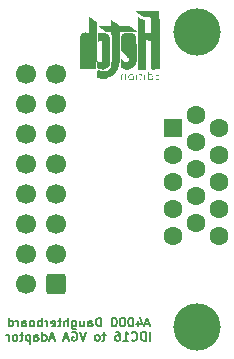
<source format=gbr>
%TF.GenerationSoftware,KiCad,Pcbnew,(5.99.0-11667-g1edb96cc5b)*%
%TF.CreationDate,2021-10-30T09:42:55+02:00*%
%TF.ProjectId,VGADE15toIDC16,56474144-4531-4357-946f-49444331362e,rev?*%
%TF.SameCoordinates,Original*%
%TF.FileFunction,Soldermask,Bot*%
%TF.FilePolarity,Negative*%
%FSLAX46Y46*%
G04 Gerber Fmt 4.6, Leading zero omitted, Abs format (unit mm)*
G04 Created by KiCad (PCBNEW (5.99.0-11667-g1edb96cc5b)) date 2021-10-30 09:42:55*
%MOMM*%
%LPD*%
G01*
G04 APERTURE LIST*
G04 Aperture macros list*
%AMRoundRect*
0 Rectangle with rounded corners*
0 $1 Rounding radius*
0 $2 $3 $4 $5 $6 $7 $8 $9 X,Y pos of 4 corners*
0 Add a 4 corners polygon primitive as box body*
4,1,4,$2,$3,$4,$5,$6,$7,$8,$9,$2,$3,0*
0 Add four circle primitives for the rounded corners*
1,1,$1+$1,$2,$3*
1,1,$1+$1,$4,$5*
1,1,$1+$1,$6,$7*
1,1,$1+$1,$8,$9*
0 Add four rect primitives between the rounded corners*
20,1,$1+$1,$2,$3,$4,$5,0*
20,1,$1+$1,$4,$5,$6,$7,0*
20,1,$1+$1,$6,$7,$8,$9,0*
20,1,$1+$1,$8,$9,$2,$3,0*%
G04 Aperture macros list end*
%ADD10C,0.150000*%
%ADD11C,4.000000*%
%ADD12R,1.600000X1.600000*%
%ADD13C,1.600000*%
%ADD14RoundRect,0.250000X0.600000X0.600000X-0.600000X0.600000X-0.600000X-0.600000X0.600000X-0.600000X0*%
%ADD15C,1.700000*%
G04 APERTURE END LIST*
D10*
X122182142Y-134171250D02*
X121825000Y-134171250D01*
X122253571Y-134385535D02*
X122003571Y-133635535D01*
X121753571Y-134385535D01*
X121182142Y-133885535D02*
X121182142Y-134385535D01*
X121360714Y-133599821D02*
X121539285Y-134135535D01*
X121075000Y-134135535D01*
X120646428Y-133635535D02*
X120575000Y-133635535D01*
X120503571Y-133671250D01*
X120467857Y-133706964D01*
X120432142Y-133778392D01*
X120396428Y-133921250D01*
X120396428Y-134099821D01*
X120432142Y-134242678D01*
X120467857Y-134314107D01*
X120503571Y-134349821D01*
X120575000Y-134385535D01*
X120646428Y-134385535D01*
X120717857Y-134349821D01*
X120753571Y-134314107D01*
X120789285Y-134242678D01*
X120825000Y-134099821D01*
X120825000Y-133921250D01*
X120789285Y-133778392D01*
X120753571Y-133706964D01*
X120717857Y-133671250D01*
X120646428Y-133635535D01*
X119932142Y-133635535D02*
X119860714Y-133635535D01*
X119789285Y-133671250D01*
X119753571Y-133706964D01*
X119717857Y-133778392D01*
X119682142Y-133921250D01*
X119682142Y-134099821D01*
X119717857Y-134242678D01*
X119753571Y-134314107D01*
X119789285Y-134349821D01*
X119860714Y-134385535D01*
X119932142Y-134385535D01*
X120003571Y-134349821D01*
X120039285Y-134314107D01*
X120075000Y-134242678D01*
X120110714Y-134099821D01*
X120110714Y-133921250D01*
X120075000Y-133778392D01*
X120039285Y-133706964D01*
X120003571Y-133671250D01*
X119932142Y-133635535D01*
X119217857Y-133635535D02*
X119146428Y-133635535D01*
X119075000Y-133671250D01*
X119039285Y-133706964D01*
X119003571Y-133778392D01*
X118967857Y-133921250D01*
X118967857Y-134099821D01*
X119003571Y-134242678D01*
X119039285Y-134314107D01*
X119075000Y-134349821D01*
X119146428Y-134385535D01*
X119217857Y-134385535D01*
X119289285Y-134349821D01*
X119325000Y-134314107D01*
X119360714Y-134242678D01*
X119396428Y-134099821D01*
X119396428Y-133921250D01*
X119360714Y-133778392D01*
X119325000Y-133706964D01*
X119289285Y-133671250D01*
X119217857Y-133635535D01*
X118075000Y-134385535D02*
X118075000Y-133635535D01*
X117896428Y-133635535D01*
X117789285Y-133671250D01*
X117717857Y-133742678D01*
X117682142Y-133814107D01*
X117646428Y-133956964D01*
X117646428Y-134064107D01*
X117682142Y-134206964D01*
X117717857Y-134278392D01*
X117789285Y-134349821D01*
X117896428Y-134385535D01*
X118075000Y-134385535D01*
X117003571Y-134385535D02*
X117003571Y-133992678D01*
X117039285Y-133921250D01*
X117110714Y-133885535D01*
X117253571Y-133885535D01*
X117325000Y-133921250D01*
X117003571Y-134349821D02*
X117075000Y-134385535D01*
X117253571Y-134385535D01*
X117325000Y-134349821D01*
X117360714Y-134278392D01*
X117360714Y-134206964D01*
X117325000Y-134135535D01*
X117253571Y-134099821D01*
X117075000Y-134099821D01*
X117003571Y-134064107D01*
X116325000Y-133885535D02*
X116325000Y-134385535D01*
X116646428Y-133885535D02*
X116646428Y-134278392D01*
X116610714Y-134349821D01*
X116539285Y-134385535D01*
X116432142Y-134385535D01*
X116360714Y-134349821D01*
X116325000Y-134314107D01*
X115646428Y-133885535D02*
X115646428Y-134492678D01*
X115682142Y-134564107D01*
X115717857Y-134599821D01*
X115789285Y-134635535D01*
X115896428Y-134635535D01*
X115967857Y-134599821D01*
X115646428Y-134349821D02*
X115717857Y-134385535D01*
X115860714Y-134385535D01*
X115932142Y-134349821D01*
X115967857Y-134314107D01*
X116003571Y-134242678D01*
X116003571Y-134028392D01*
X115967857Y-133956964D01*
X115932142Y-133921250D01*
X115860714Y-133885535D01*
X115717857Y-133885535D01*
X115646428Y-133921250D01*
X115289285Y-134385535D02*
X115289285Y-133635535D01*
X114967857Y-134385535D02*
X114967857Y-133992678D01*
X115003571Y-133921250D01*
X115075000Y-133885535D01*
X115182142Y-133885535D01*
X115253571Y-133921250D01*
X115289285Y-133956964D01*
X114717857Y-133885535D02*
X114432142Y-133885535D01*
X114610714Y-133635535D02*
X114610714Y-134278392D01*
X114575000Y-134349821D01*
X114503571Y-134385535D01*
X114432142Y-134385535D01*
X113896428Y-134349821D02*
X113967857Y-134385535D01*
X114110714Y-134385535D01*
X114182142Y-134349821D01*
X114217857Y-134278392D01*
X114217857Y-133992678D01*
X114182142Y-133921250D01*
X114110714Y-133885535D01*
X113967857Y-133885535D01*
X113896428Y-133921250D01*
X113860714Y-133992678D01*
X113860714Y-134064107D01*
X114217857Y-134135535D01*
X113539285Y-134385535D02*
X113539285Y-133885535D01*
X113539285Y-134028392D02*
X113503571Y-133956964D01*
X113467857Y-133921250D01*
X113396428Y-133885535D01*
X113325000Y-133885535D01*
X113075000Y-134385535D02*
X113075000Y-133635535D01*
X113075000Y-133921250D02*
X113003571Y-133885535D01*
X112860714Y-133885535D01*
X112789285Y-133921250D01*
X112753571Y-133956964D01*
X112717857Y-134028392D01*
X112717857Y-134242678D01*
X112753571Y-134314107D01*
X112789285Y-134349821D01*
X112860714Y-134385535D01*
X113003571Y-134385535D01*
X113075000Y-134349821D01*
X112289285Y-134385535D02*
X112360714Y-134349821D01*
X112396428Y-134314107D01*
X112432142Y-134242678D01*
X112432142Y-134028392D01*
X112396428Y-133956964D01*
X112360714Y-133921250D01*
X112289285Y-133885535D01*
X112182142Y-133885535D01*
X112110714Y-133921250D01*
X112075000Y-133956964D01*
X112039285Y-134028392D01*
X112039285Y-134242678D01*
X112075000Y-134314107D01*
X112110714Y-134349821D01*
X112182142Y-134385535D01*
X112289285Y-134385535D01*
X111396428Y-134385535D02*
X111396428Y-133992678D01*
X111432142Y-133921250D01*
X111503571Y-133885535D01*
X111646428Y-133885535D01*
X111717857Y-133921250D01*
X111396428Y-134349821D02*
X111467857Y-134385535D01*
X111646428Y-134385535D01*
X111717857Y-134349821D01*
X111753571Y-134278392D01*
X111753571Y-134206964D01*
X111717857Y-134135535D01*
X111646428Y-134099821D01*
X111467857Y-134099821D01*
X111396428Y-134064107D01*
X111039285Y-134385535D02*
X111039285Y-133885535D01*
X111039285Y-134028392D02*
X111003571Y-133956964D01*
X110967857Y-133921250D01*
X110896428Y-133885535D01*
X110825000Y-133885535D01*
X110253571Y-134385535D02*
X110253571Y-133635535D01*
X110253571Y-134349821D02*
X110325000Y-134385535D01*
X110467857Y-134385535D01*
X110539285Y-134349821D01*
X110575000Y-134314107D01*
X110610714Y-134242678D01*
X110610714Y-134028392D01*
X110575000Y-133956964D01*
X110539285Y-133921250D01*
X110467857Y-133885535D01*
X110325000Y-133885535D01*
X110253571Y-133921250D01*
X122217857Y-135593035D02*
X122217857Y-134843035D01*
X121860714Y-135593035D02*
X121860714Y-134843035D01*
X121682142Y-134843035D01*
X121575000Y-134878750D01*
X121503571Y-134950178D01*
X121467857Y-135021607D01*
X121432142Y-135164464D01*
X121432142Y-135271607D01*
X121467857Y-135414464D01*
X121503571Y-135485892D01*
X121575000Y-135557321D01*
X121682142Y-135593035D01*
X121860714Y-135593035D01*
X120682142Y-135521607D02*
X120717857Y-135557321D01*
X120825000Y-135593035D01*
X120896428Y-135593035D01*
X121003571Y-135557321D01*
X121075000Y-135485892D01*
X121110714Y-135414464D01*
X121146428Y-135271607D01*
X121146428Y-135164464D01*
X121110714Y-135021607D01*
X121075000Y-134950178D01*
X121003571Y-134878750D01*
X120896428Y-134843035D01*
X120825000Y-134843035D01*
X120717857Y-134878750D01*
X120682142Y-134914464D01*
X119967857Y-135593035D02*
X120396428Y-135593035D01*
X120182142Y-135593035D02*
X120182142Y-134843035D01*
X120253571Y-134950178D01*
X120325000Y-135021607D01*
X120396428Y-135057321D01*
X119325000Y-134843035D02*
X119467857Y-134843035D01*
X119539285Y-134878750D01*
X119575000Y-134914464D01*
X119646428Y-135021607D01*
X119682142Y-135164464D01*
X119682142Y-135450178D01*
X119646428Y-135521607D01*
X119610714Y-135557321D01*
X119539285Y-135593035D01*
X119396428Y-135593035D01*
X119325000Y-135557321D01*
X119289285Y-135521607D01*
X119253571Y-135450178D01*
X119253571Y-135271607D01*
X119289285Y-135200178D01*
X119325000Y-135164464D01*
X119396428Y-135128750D01*
X119539285Y-135128750D01*
X119610714Y-135164464D01*
X119646428Y-135200178D01*
X119682142Y-135271607D01*
X118467857Y-135093035D02*
X118182142Y-135093035D01*
X118360714Y-134843035D02*
X118360714Y-135485892D01*
X118325000Y-135557321D01*
X118253571Y-135593035D01*
X118182142Y-135593035D01*
X117825000Y-135593035D02*
X117896428Y-135557321D01*
X117932142Y-135521607D01*
X117967857Y-135450178D01*
X117967857Y-135235892D01*
X117932142Y-135164464D01*
X117896428Y-135128750D01*
X117825000Y-135093035D01*
X117717857Y-135093035D01*
X117646428Y-135128750D01*
X117610714Y-135164464D01*
X117575000Y-135235892D01*
X117575000Y-135450178D01*
X117610714Y-135521607D01*
X117646428Y-135557321D01*
X117717857Y-135593035D01*
X117825000Y-135593035D01*
X116789285Y-134843035D02*
X116539285Y-135593035D01*
X116289285Y-134843035D01*
X115646428Y-134878750D02*
X115717857Y-134843035D01*
X115825000Y-134843035D01*
X115932142Y-134878750D01*
X116003571Y-134950178D01*
X116039285Y-135021607D01*
X116075000Y-135164464D01*
X116075000Y-135271607D01*
X116039285Y-135414464D01*
X116003571Y-135485892D01*
X115932142Y-135557321D01*
X115825000Y-135593035D01*
X115753571Y-135593035D01*
X115646428Y-135557321D01*
X115610714Y-135521607D01*
X115610714Y-135271607D01*
X115753571Y-135271607D01*
X115325000Y-135378750D02*
X114967857Y-135378750D01*
X115396428Y-135593035D02*
X115146428Y-134843035D01*
X114896428Y-135593035D01*
X114110714Y-135378750D02*
X113753571Y-135378750D01*
X114182142Y-135593035D02*
X113932142Y-134843035D01*
X113682142Y-135593035D01*
X113110714Y-135593035D02*
X113110714Y-134843035D01*
X113110714Y-135557321D02*
X113182142Y-135593035D01*
X113325000Y-135593035D01*
X113396428Y-135557321D01*
X113432142Y-135521607D01*
X113467857Y-135450178D01*
X113467857Y-135235892D01*
X113432142Y-135164464D01*
X113396428Y-135128750D01*
X113325000Y-135093035D01*
X113182142Y-135093035D01*
X113110714Y-135128750D01*
X112432142Y-135593035D02*
X112432142Y-135200178D01*
X112467857Y-135128750D01*
X112539285Y-135093035D01*
X112682142Y-135093035D01*
X112753571Y-135128750D01*
X112432142Y-135557321D02*
X112503571Y-135593035D01*
X112682142Y-135593035D01*
X112753571Y-135557321D01*
X112789285Y-135485892D01*
X112789285Y-135414464D01*
X112753571Y-135343035D01*
X112682142Y-135307321D01*
X112503571Y-135307321D01*
X112432142Y-135271607D01*
X112075000Y-135093035D02*
X112075000Y-135843035D01*
X112075000Y-135128750D02*
X112003571Y-135093035D01*
X111860714Y-135093035D01*
X111789285Y-135128750D01*
X111753571Y-135164464D01*
X111717857Y-135235892D01*
X111717857Y-135450178D01*
X111753571Y-135521607D01*
X111789285Y-135557321D01*
X111860714Y-135593035D01*
X112003571Y-135593035D01*
X112075000Y-135557321D01*
X111503571Y-135093035D02*
X111217857Y-135093035D01*
X111396428Y-134843035D02*
X111396428Y-135485892D01*
X111360714Y-135557321D01*
X111289285Y-135593035D01*
X111217857Y-135593035D01*
X110860714Y-135593035D02*
X110932142Y-135557321D01*
X110967857Y-135521607D01*
X111003571Y-135450178D01*
X111003571Y-135235892D01*
X110967857Y-135164464D01*
X110932142Y-135128750D01*
X110860714Y-135093035D01*
X110753571Y-135093035D01*
X110682142Y-135128750D01*
X110646428Y-135164464D01*
X110610714Y-135235892D01*
X110610714Y-135450178D01*
X110646428Y-135521607D01*
X110682142Y-135557321D01*
X110753571Y-135593035D01*
X110860714Y-135593035D01*
X110289285Y-135593035D02*
X110289285Y-135093035D01*
X110289285Y-135235892D02*
X110253571Y-135164464D01*
X110217857Y-135128750D01*
X110146428Y-135093035D01*
X110075000Y-135093035D01*
%TO.C, *%
G36*
X117373643Y-108349559D02*
G01*
X117384893Y-108356863D01*
X117500116Y-108433447D01*
X117597300Y-108501128D01*
X117666515Y-108552803D01*
X117697830Y-108581374D01*
X117700522Y-108597685D01*
X117704155Y-108665763D01*
X117707194Y-108780857D01*
X117709653Y-108937185D01*
X117711543Y-109128964D01*
X117712877Y-109350413D01*
X117713668Y-109595748D01*
X117713927Y-109859187D01*
X117713668Y-110134948D01*
X117712902Y-110417248D01*
X117711643Y-110700306D01*
X117709902Y-110978338D01*
X117707691Y-111245562D01*
X117705024Y-111496196D01*
X117701912Y-111724457D01*
X117698369Y-111924564D01*
X117694405Y-112090733D01*
X117690035Y-112217183D01*
X117672436Y-112620245D01*
X117020697Y-112620245D01*
X117040452Y-111394318D01*
X117042229Y-111282305D01*
X117046363Y-110998757D01*
X117049046Y-110765344D01*
X117050204Y-110577313D01*
X117049765Y-110429907D01*
X117047654Y-110318374D01*
X117043799Y-110237959D01*
X117038125Y-110183907D01*
X117030560Y-110151465D01*
X117021031Y-110135877D01*
X116997158Y-110121387D01*
X116963243Y-110121975D01*
X116960574Y-110137456D01*
X116956862Y-110203887D01*
X116953485Y-110317088D01*
X116950528Y-110471223D01*
X116948078Y-110660458D01*
X116946221Y-110878958D01*
X116945044Y-111120889D01*
X116944632Y-111380416D01*
X116944632Y-112620245D01*
X116294075Y-112620245D01*
X116294075Y-111281838D01*
X116294080Y-111222354D01*
X116294427Y-110894073D01*
X116295663Y-110616746D01*
X116298264Y-110385554D01*
X116302705Y-110195678D01*
X116309463Y-110042299D01*
X116319014Y-109920598D01*
X116331833Y-109825755D01*
X116348398Y-109752952D01*
X116369183Y-109697370D01*
X116394666Y-109654189D01*
X116425321Y-109618591D01*
X116461626Y-109585757D01*
X116471677Y-109577619D01*
X116596778Y-109513859D01*
X116742758Y-109494711D01*
X116894195Y-109522433D01*
X116929157Y-109534335D01*
X116998860Y-109556191D01*
X117036073Y-109565045D01*
X117040860Y-109547514D01*
X117046791Y-109480622D01*
X117052409Y-109370827D01*
X117057413Y-109225703D01*
X117061497Y-109052826D01*
X117064358Y-108859771D01*
X117071915Y-108154084D01*
X117373643Y-108349559D01*
G37*
G36*
X122460928Y-113447584D02*
G01*
X122460581Y-113448022D01*
X122379274Y-113511266D01*
X122283277Y-113522820D01*
X122183665Y-113481336D01*
X122151265Y-113459759D01*
X122125914Y-113453117D01*
X122120801Y-113481336D01*
X122117350Y-113502349D01*
X122092516Y-113525368D01*
X122081773Y-113504384D01*
X122072327Y-113432438D01*
X122066330Y-113314919D01*
X122065122Y-113224420D01*
X122123732Y-113224420D01*
X122129604Y-113320795D01*
X122164833Y-113405934D01*
X122203207Y-113443446D01*
X122288652Y-113468798D01*
X122295746Y-113468673D01*
X122380015Y-113442521D01*
X122431942Y-113377855D01*
X122446956Y-113284900D01*
X122420485Y-113173880D01*
X122395280Y-113121903D01*
X122355167Y-113082529D01*
X122293975Y-113072806D01*
X122225392Y-113084522D01*
X122165249Y-113117254D01*
X122147181Y-113141560D01*
X122123732Y-113224420D01*
X122065122Y-113224420D01*
X122064231Y-113157662D01*
X122065845Y-113018001D01*
X122071380Y-112895198D01*
X122080419Y-112817238D01*
X122092516Y-112789956D01*
X122102705Y-112799500D01*
X122115714Y-112850706D01*
X122120801Y-112931381D01*
X122122474Y-112981310D01*
X122135566Y-113051636D01*
X122159461Y-113074115D01*
X122191514Y-113044521D01*
X122219369Y-113024521D01*
X122285876Y-113017175D01*
X122364128Y-113031983D01*
X122431607Y-113066851D01*
X122486401Y-113142519D01*
X122511481Y-113246356D01*
X122508674Y-113284900D01*
X122503548Y-113355300D01*
X122460928Y-113447584D01*
G37*
G36*
X118238584Y-109537369D02*
G01*
X118405784Y-109542434D01*
X118529515Y-109557770D01*
X118619837Y-109587928D01*
X118686810Y-109637459D01*
X118740494Y-109710913D01*
X118790947Y-109812840D01*
X118863128Y-109975590D01*
X118872644Y-111064566D01*
X118882160Y-112153541D01*
X118803745Y-112286937D01*
X118729004Y-112393674D01*
X118591793Y-112516718D01*
X118415456Y-112603117D01*
X118373499Y-112615686D01*
X118214549Y-112634357D01*
X118039923Y-112619341D01*
X117871476Y-112571891D01*
X117764899Y-112529248D01*
X117764899Y-111893483D01*
X117909277Y-111964935D01*
X117989764Y-112000780D01*
X118066778Y-112016627D01*
X118116422Y-111991360D01*
X118146460Y-111919875D01*
X118164656Y-111797071D01*
X118170016Y-111728499D01*
X118176245Y-111600610D01*
X118180950Y-111443875D01*
X118184159Y-111266834D01*
X118185899Y-111078026D01*
X118186198Y-110885993D01*
X118185083Y-110699274D01*
X118182583Y-110526409D01*
X118178725Y-110375940D01*
X118173537Y-110256407D01*
X118167047Y-110176349D01*
X118159283Y-110144307D01*
X118151702Y-110140307D01*
X118084063Y-110137941D01*
X117999296Y-110175971D01*
X117910398Y-110248935D01*
X117883852Y-110275142D01*
X117836238Y-110316350D01*
X117813464Y-110327121D01*
X117812567Y-110323340D01*
X117810735Y-110277556D01*
X117810725Y-110188999D01*
X117812474Y-110068301D01*
X117815915Y-109926092D01*
X117827020Y-109537172D01*
X118181541Y-109537172D01*
X118238584Y-109537369D01*
G37*
G36*
X121116535Y-112792876D02*
G01*
X121145203Y-112821464D01*
X121139483Y-112856723D01*
X121130676Y-112864403D01*
X121091624Y-112871392D01*
X121074253Y-112832383D01*
X121077248Y-112812890D01*
X121100869Y-112789956D01*
X121116535Y-112792876D01*
G37*
G36*
X120839951Y-113411984D02*
G01*
X120783980Y-113482127D01*
X120778624Y-113485786D01*
X120674874Y-113526054D01*
X120571850Y-113518392D01*
X120482381Y-113469607D01*
X120419292Y-113386508D01*
X120403871Y-113315083D01*
X120457991Y-113315083D01*
X120496013Y-113405934D01*
X120512712Y-113425203D01*
X120586758Y-113463396D01*
X120672939Y-113463723D01*
X120746912Y-113424392D01*
X120784063Y-113374439D01*
X120810633Y-113277184D01*
X120789573Y-113181510D01*
X120758147Y-113130576D01*
X120701160Y-113085509D01*
X120616225Y-113073240D01*
X120554996Y-113086663D01*
X120492893Y-113140473D01*
X120458755Y-113221604D01*
X120457991Y-113315083D01*
X120403871Y-113315083D01*
X120395412Y-113275902D01*
X120399878Y-113217120D01*
X120438430Y-113110753D01*
X120511136Y-113041174D01*
X120611462Y-113016236D01*
X120615156Y-113016255D01*
X120698003Y-113024564D01*
X120761098Y-113043440D01*
X120767466Y-113047077D01*
X120828069Y-113113113D01*
X120861008Y-113208556D01*
X120863787Y-113277184D01*
X120865298Y-113314487D01*
X120839951Y-113411984D01*
G37*
G36*
X121092075Y-110911788D02*
G01*
X121095621Y-111102104D01*
X121099576Y-111336153D01*
X121101926Y-111524228D01*
X121102488Y-111672608D01*
X121101079Y-111787569D01*
X121097517Y-111875389D01*
X121091621Y-111942345D01*
X121083206Y-111994714D01*
X121072091Y-112038774D01*
X121058093Y-112080802D01*
X121009124Y-112191334D01*
X120885041Y-112365907D01*
X120717836Y-112507282D01*
X120511881Y-112611216D01*
X120405340Y-112637610D01*
X120235539Y-112640424D01*
X120061060Y-112604814D01*
X119901006Y-112533220D01*
X119827457Y-112485671D01*
X119765550Y-112439078D01*
X119738738Y-112409781D01*
X119738599Y-112409202D01*
X119736266Y-112368545D01*
X119735652Y-112283905D01*
X119736733Y-112167322D01*
X119739486Y-112030837D01*
X119748259Y-111681851D01*
X119899044Y-111824458D01*
X119983976Y-111898907D01*
X120091341Y-111968444D01*
X120186505Y-111994415D01*
X120278297Y-111980450D01*
X120284035Y-111978210D01*
X120346172Y-111934650D01*
X120410129Y-111865005D01*
X120460097Y-111789126D01*
X120480267Y-111726864D01*
X120479208Y-111719285D01*
X120456157Y-111678952D01*
X120400588Y-111616802D01*
X120309339Y-111529774D01*
X120179248Y-111414806D01*
X120007153Y-111268839D01*
X119746177Y-111050423D01*
X119745516Y-110444779D01*
X119745462Y-110288121D01*
X120372635Y-110288121D01*
X120373289Y-110470591D01*
X120373490Y-110479160D01*
X120379874Y-110641909D01*
X120390674Y-110752875D01*
X120407014Y-110816553D01*
X120430021Y-110837436D01*
X120460821Y-110820018D01*
X120461347Y-110819423D01*
X120470534Y-110780101D01*
X120476477Y-110698794D01*
X120479331Y-110589321D01*
X120479252Y-110465501D01*
X120476396Y-110341150D01*
X120470919Y-110230090D01*
X120462977Y-110146137D01*
X120452726Y-110103110D01*
X120421497Y-110071038D01*
X120396621Y-110088889D01*
X120380373Y-110161069D01*
X120372635Y-110288121D01*
X119745462Y-110288121D01*
X119745457Y-110274898D01*
X119746228Y-110115028D01*
X119748682Y-109996192D01*
X119753627Y-109909898D01*
X119761872Y-109847654D01*
X119774224Y-109800971D01*
X119791493Y-109761355D01*
X119814486Y-109720318D01*
X119861194Y-109651512D01*
X119916249Y-109600261D01*
X119988290Y-109565444D01*
X120087184Y-109543836D01*
X120222801Y-109532212D01*
X120405009Y-109527348D01*
X120757305Y-109523029D01*
X120864289Y-109609392D01*
X120865504Y-109610372D01*
X120916673Y-109652470D01*
X120958631Y-109692104D01*
X120992410Y-109735175D01*
X121019042Y-109787586D01*
X121039560Y-109855240D01*
X121054995Y-109944039D01*
X121066381Y-110059885D01*
X121074750Y-110208680D01*
X121081134Y-110396328D01*
X121085644Y-110589321D01*
X121086565Y-110628729D01*
X121092075Y-110911788D01*
G37*
G36*
X120158072Y-113016371D02*
G01*
X120177702Y-113029061D01*
X120189728Y-113069252D01*
X120195763Y-113146609D01*
X120197416Y-113270802D01*
X120197394Y-113289301D01*
X120195279Y-113407082D01*
X120188580Y-113479241D01*
X120175687Y-113515447D01*
X120154988Y-113525368D01*
X120143079Y-113523154D01*
X120124585Y-113498725D01*
X120115182Y-113438840D01*
X120112561Y-113333029D01*
X120112401Y-113306212D01*
X120104660Y-113190078D01*
X120081546Y-113118696D01*
X120037886Y-113082721D01*
X119968505Y-113072806D01*
X119939222Y-113074580D01*
X119897635Y-113091962D01*
X119872924Y-113136036D01*
X119861055Y-113216694D01*
X119857995Y-113343828D01*
X119857728Y-113382149D01*
X119852726Y-113468764D01*
X119839496Y-113512979D01*
X119815567Y-113525368D01*
X119794975Y-113506695D01*
X119779117Y-113446348D01*
X119772422Y-113359664D01*
X119775115Y-113262592D01*
X119787422Y-113171085D01*
X119809569Y-113101092D01*
X119827534Y-113073898D01*
X119896683Y-113028148D01*
X119980700Y-113022690D01*
X120058492Y-113060928D01*
X120085777Y-113084588D01*
X120108181Y-113093325D01*
X120112561Y-113063048D01*
X120118518Y-113039203D01*
X120154988Y-113016236D01*
X120158072Y-113016371D01*
G37*
G36*
X121107217Y-113019056D02*
G01*
X121119644Y-113061814D01*
X121127857Y-113148825D01*
X121130824Y-113270802D01*
X121130510Y-113312912D01*
X121125759Y-113424752D01*
X121116092Y-113498666D01*
X121102538Y-113525368D01*
X121097860Y-113522548D01*
X121085433Y-113479790D01*
X121077220Y-113392779D01*
X121074253Y-113270802D01*
X121074567Y-113228692D01*
X121079318Y-113116851D01*
X121088985Y-113042938D01*
X121102538Y-113016236D01*
X121107217Y-113019056D01*
G37*
G36*
X121547826Y-107670785D02*
G01*
X121768360Y-107673139D01*
X122009725Y-107677202D01*
X122249817Y-107682578D01*
X122466534Y-107688871D01*
X123019359Y-107707386D01*
X123037570Y-109039484D01*
X123038358Y-109097744D01*
X123042581Y-109429412D01*
X123046755Y-109787826D01*
X123050744Y-110159101D01*
X123054408Y-110529352D01*
X123057609Y-110884695D01*
X123060208Y-111211245D01*
X123062067Y-111495116D01*
X123068351Y-112618650D01*
X122728930Y-112627152D01*
X122596024Y-112630197D01*
X122481496Y-112632279D01*
X122399172Y-112633173D01*
X122361224Y-112632696D01*
X122355386Y-112616962D01*
X122347694Y-112547878D01*
X122340371Y-112425623D01*
X122333491Y-112252157D01*
X122327129Y-112029439D01*
X122321357Y-111759430D01*
X122316252Y-111444089D01*
X122314352Y-111311097D01*
X122310709Y-111066644D01*
X122307185Y-110843387D01*
X122303886Y-110647222D01*
X122300918Y-110484043D01*
X122298383Y-110359745D01*
X122296388Y-110280222D01*
X122295038Y-110251370D01*
X122291587Y-110249885D01*
X122250302Y-110245898D01*
X122178569Y-110244299D01*
X122066627Y-110244299D01*
X122006715Y-110039232D01*
X121972483Y-109921069D01*
X121939750Y-109806388D01*
X121915894Y-109721025D01*
X121909087Y-109697481D01*
X121882654Y-109623391D01*
X121859298Y-109579599D01*
X121858469Y-109579294D01*
X121853582Y-109608869D01*
X121849910Y-109691099D01*
X121847465Y-109822586D01*
X121846259Y-109999930D01*
X121846303Y-110219734D01*
X121847609Y-110478600D01*
X121850189Y-110773129D01*
X121854054Y-111099922D01*
X121874498Y-112648530D01*
X121559231Y-112648530D01*
X121447612Y-112648071D01*
X121341537Y-112646574D01*
X121269147Y-112644285D01*
X121241885Y-112641459D01*
X121241124Y-112624877D01*
X121239733Y-112557022D01*
X121237990Y-112441747D01*
X121235945Y-112284254D01*
X121233644Y-112089740D01*
X121231134Y-111863406D01*
X121228462Y-111610450D01*
X121225676Y-111336072D01*
X121222823Y-111045471D01*
X121219951Y-110743846D01*
X121217105Y-110436397D01*
X121214335Y-110128323D01*
X121211687Y-109824823D01*
X121209207Y-109531096D01*
X121206945Y-109252343D01*
X121204946Y-108993761D01*
X121203258Y-108760550D01*
X121201928Y-108557911D01*
X121201003Y-108391041D01*
X121200532Y-108265140D01*
X121200560Y-108185408D01*
X121201135Y-108157043D01*
X121201204Y-108156983D01*
X121228222Y-108166994D01*
X121294598Y-108199458D01*
X121390472Y-108249371D01*
X121505982Y-108311729D01*
X121803252Y-108474716D01*
X121820355Y-108617024D01*
X121821281Y-108625294D01*
X121827621Y-108714206D01*
X121832814Y-108841733D01*
X121836347Y-108992077D01*
X121837705Y-109149442D01*
X121837951Y-109539551D01*
X122276369Y-109523029D01*
X122284954Y-108999755D01*
X122286631Y-108850100D01*
X122286692Y-108678342D01*
X122284802Y-108525766D01*
X122281131Y-108404828D01*
X122275848Y-108327985D01*
X122258156Y-108179488D01*
X121970269Y-108179115D01*
X121682383Y-108178743D01*
X121316484Y-107924550D01*
X120950586Y-107670357D01*
X121432147Y-107670357D01*
X121547826Y-107670785D01*
G37*
G36*
X123025924Y-113525368D02*
G01*
X122856213Y-113525368D01*
X122779571Y-113522363D01*
X122712267Y-113512149D01*
X122686503Y-113497083D01*
X122696047Y-113486894D01*
X122747253Y-113473885D01*
X122827928Y-113468798D01*
X122969354Y-113468798D01*
X122969354Y-113185947D01*
X122842071Y-113185947D01*
X122804032Y-113184649D01*
X122740069Y-113174530D01*
X122714788Y-113157662D01*
X122720628Y-113149209D01*
X122766162Y-113134995D01*
X122842071Y-113129377D01*
X122969354Y-113129377D01*
X122969354Y-112874811D01*
X122827928Y-112874811D01*
X122776985Y-112872902D01*
X122711942Y-112862661D01*
X122686503Y-112846526D01*
X122704529Y-112833752D01*
X122765816Y-112822535D01*
X122856213Y-112818241D01*
X123025924Y-112818241D01*
X123025924Y-113525368D01*
G37*
G36*
X121485541Y-112907188D02*
G01*
X121498530Y-112961335D01*
X121506236Y-112992792D01*
X121540957Y-113016236D01*
X121560431Y-113019072D01*
X121583385Y-113041495D01*
X121578386Y-113055271D01*
X121540957Y-113083035D01*
X121535698Y-113085526D01*
X121513660Y-113115842D01*
X121501965Y-113181716D01*
X121498530Y-113293485D01*
X121498529Y-113294716D01*
X121495908Y-113394573D01*
X121489139Y-113470631D01*
X121479673Y-113506511D01*
X121457132Y-113518282D01*
X121403851Y-113524995D01*
X121352078Y-113518663D01*
X121328819Y-113500382D01*
X121339536Y-113482990D01*
X121385389Y-113460602D01*
X121411593Y-113449369D01*
X121430979Y-113420127D01*
X121439843Y-113361249D01*
X121441959Y-113259307D01*
X121440348Y-113160944D01*
X121432895Y-113103697D01*
X121415832Y-113078459D01*
X121385389Y-113072806D01*
X121352509Y-113067503D01*
X121328819Y-113044521D01*
X121339427Y-113028081D01*
X121385389Y-113016236D01*
X121429347Y-113000137D01*
X121441959Y-112943854D01*
X121449270Y-112898967D01*
X121470244Y-112888953D01*
X121485541Y-112907188D01*
G37*
G36*
X121837951Y-112830026D02*
G01*
X121832130Y-112852037D01*
X121793166Y-112874811D01*
X121771888Y-112870075D01*
X121759577Y-112841222D01*
X121787537Y-112803990D01*
X121821463Y-112799051D01*
X121837951Y-112830026D01*
G37*
G36*
X119334068Y-108677747D02*
G01*
X119701122Y-108914900D01*
X120472496Y-108914900D01*
X120815803Y-109142049D01*
X120867990Y-109176898D01*
X120982785Y-109256018D01*
X121075156Y-109323153D01*
X121136724Y-109372090D01*
X121159109Y-109396615D01*
X121153724Y-109400596D01*
X121102497Y-109408649D01*
X121000244Y-109415163D01*
X120850808Y-109419994D01*
X120658030Y-109422998D01*
X120425754Y-109424031D01*
X119692400Y-109424031D01*
X119681973Y-110689789D01*
X119679665Y-110958644D01*
X119677059Y-111217192D01*
X119674196Y-111430556D01*
X119670782Y-111604796D01*
X119666520Y-111745979D01*
X119661117Y-111860166D01*
X119654277Y-111953421D01*
X119645706Y-112031808D01*
X119635109Y-112101391D01*
X119622190Y-112168233D01*
X119606655Y-112238397D01*
X119591424Y-112300762D01*
X119549406Y-112448717D01*
X119502840Y-112588070D01*
X119459297Y-112695337D01*
X119370399Y-112842726D01*
X119216835Y-113012881D01*
X119022756Y-113164266D01*
X118796789Y-113290359D01*
X118547559Y-113384639D01*
X118498913Y-113398249D01*
X118305210Y-113432888D01*
X118125866Y-113427291D01*
X117940102Y-113381346D01*
X117764899Y-113322179D01*
X117765286Y-113048996D01*
X117765843Y-112982800D01*
X117769211Y-112863623D01*
X117774916Y-112768780D01*
X117782148Y-112714386D01*
X117788849Y-112691823D01*
X117806058Y-112668870D01*
X117842937Y-112670713D01*
X117916116Y-112694939D01*
X117934957Y-112701330D01*
X118078961Y-112734984D01*
X118240662Y-112752866D01*
X118396577Y-112753422D01*
X118523225Y-112735098D01*
X118578831Y-112714600D01*
X118696405Y-112643008D01*
X118808015Y-112543712D01*
X118897797Y-112432022D01*
X118949890Y-112323252D01*
X118954032Y-112297370D01*
X118960252Y-112213740D01*
X118965748Y-112085149D01*
X118970485Y-111918801D01*
X118974429Y-111721900D01*
X118977545Y-111501651D01*
X118979799Y-111265257D01*
X118981157Y-111019922D01*
X118981583Y-110772850D01*
X118981043Y-110531246D01*
X118979503Y-110302314D01*
X118976929Y-110093258D01*
X118973286Y-109911281D01*
X118968538Y-109763588D01*
X118962653Y-109657383D01*
X118944488Y-109424031D01*
X118512903Y-109424031D01*
X118196703Y-109204822D01*
X118170847Y-109186902D01*
X118052040Y-109104685D01*
X117948703Y-109033368D01*
X117871170Y-108980072D01*
X117829773Y-108951920D01*
X117827863Y-108950580D01*
X117824110Y-108939279D01*
X117850654Y-108930693D01*
X117912748Y-108924475D01*
X118015644Y-108920279D01*
X118164595Y-108917758D01*
X118364856Y-108916563D01*
X118950670Y-108914900D01*
X118958843Y-108677747D01*
X118967015Y-108440594D01*
X119334068Y-108677747D01*
G37*
G36*
X121798606Y-113016371D02*
G01*
X121818236Y-113029061D01*
X121830263Y-113069252D01*
X121836297Y-113146609D01*
X121837951Y-113270802D01*
X121837928Y-113289301D01*
X121835813Y-113407082D01*
X121829115Y-113479241D01*
X121816222Y-113515447D01*
X121795523Y-113525368D01*
X121792440Y-113525233D01*
X121772810Y-113512543D01*
X121760783Y-113472352D01*
X121754749Y-113394995D01*
X121753095Y-113270802D01*
X121753118Y-113252303D01*
X121755233Y-113134522D01*
X121761931Y-113062363D01*
X121774824Y-113026157D01*
X121795523Y-113016236D01*
X121798606Y-113016371D01*
G37*
%TD*%
D11*
%TO.C,J2*%
X126190000Y-109415000D03*
X126190000Y-134415000D03*
D12*
X124140000Y-117600000D03*
D13*
X124140000Y-119890000D03*
X124140000Y-122180000D03*
X124140000Y-124470000D03*
X124140000Y-126760000D03*
X126120000Y-116455000D03*
X126120000Y-118745000D03*
X126120000Y-121035000D03*
X126120000Y-123325000D03*
X126120000Y-125615000D03*
X128100000Y-117600000D03*
X128100000Y-119890000D03*
X128100000Y-122180000D03*
X128100000Y-124470000D03*
X128100000Y-126760000D03*
%TD*%
D14*
%TO.C,J1*%
X114292500Y-130820000D03*
D15*
X111752500Y-130820000D03*
X114292500Y-128280000D03*
X111752500Y-128280000D03*
X114292500Y-125740000D03*
X111752500Y-125740000D03*
X114292500Y-123200000D03*
X111752500Y-123200000D03*
X114292500Y-120660000D03*
X111752500Y-120660000D03*
X114292500Y-118120000D03*
X111752500Y-118120000D03*
X114292500Y-115580000D03*
X111752500Y-115580000D03*
X114292500Y-113040000D03*
X111752500Y-113040000D03*
%TD*%
M02*

</source>
